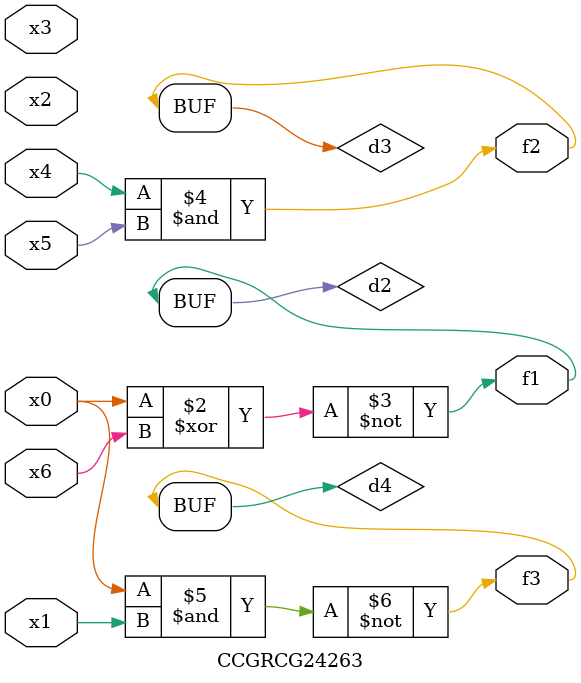
<source format=v>
module CCGRCG24263(
	input x0, x1, x2, x3, x4, x5, x6,
	output f1, f2, f3
);

	wire d1, d2, d3, d4;

	nor (d1, x0);
	xnor (d2, x0, x6);
	and (d3, x4, x5);
	nand (d4, x0, x1);
	assign f1 = d2;
	assign f2 = d3;
	assign f3 = d4;
endmodule

</source>
